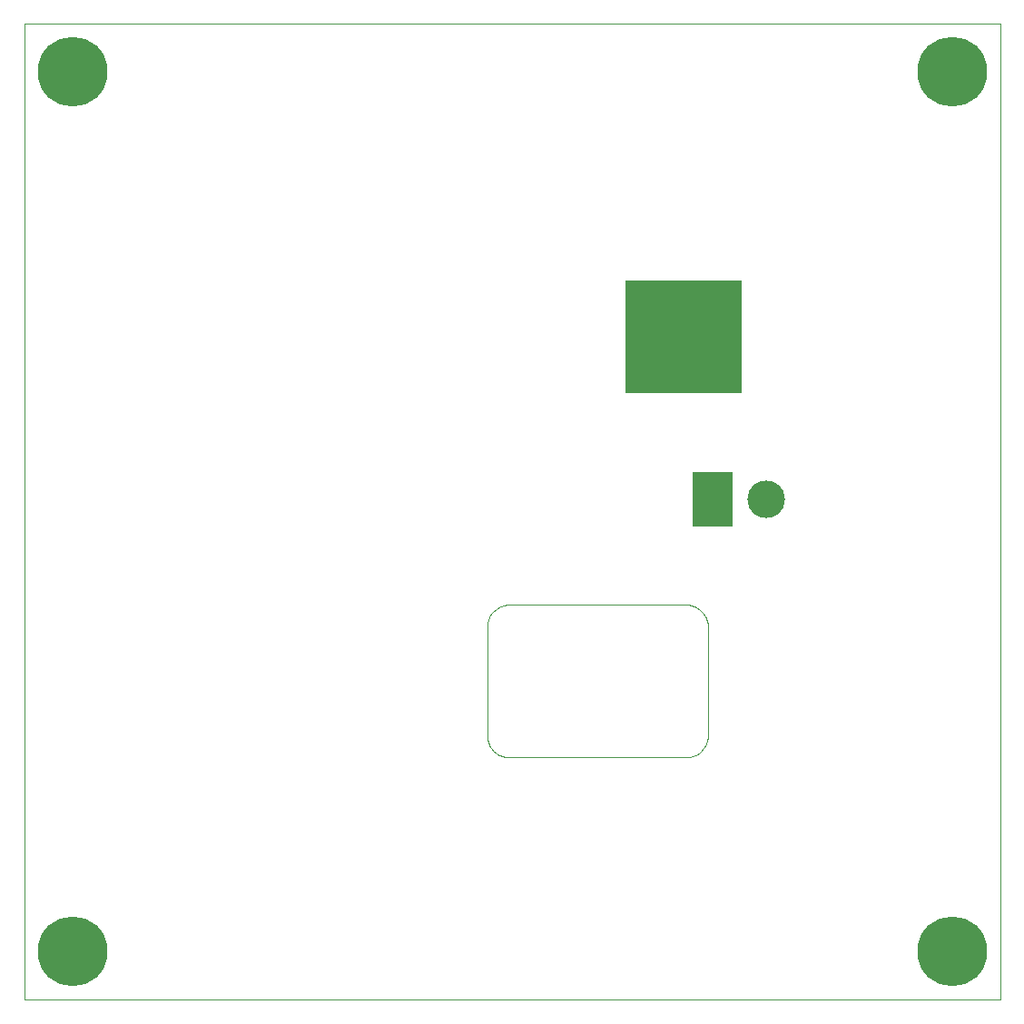
<source format=gbs>
G75*
G70*
%OFA0B0*%
%FSLAX24Y24*%
%IPPOS*%
%LPD*%
%AMOC8*
5,1,8,0,0,1.08239X$1,22.5*
%
%ADD10C,0.0000*%
%ADD11C,0.1378*%
%ADD12R,0.1500X0.2000*%
%ADD13R,0.4250X0.4125*%
%ADD14C,0.2559*%
D10*
X001930Y001930D02*
X001930Y037757D01*
X037757Y037757D01*
X037757Y001930D01*
X001930Y001930D01*
X018927Y011627D02*
X018927Y015627D01*
X018929Y015682D01*
X018934Y015736D01*
X018944Y015790D01*
X018957Y015843D01*
X018973Y015895D01*
X018993Y015946D01*
X019017Y015995D01*
X019043Y016043D01*
X019073Y016088D01*
X019106Y016132D01*
X019142Y016173D01*
X019181Y016212D01*
X019222Y016248D01*
X019266Y016281D01*
X019311Y016311D01*
X019359Y016337D01*
X019408Y016361D01*
X019459Y016381D01*
X019511Y016397D01*
X019564Y016410D01*
X019618Y016420D01*
X019672Y016425D01*
X019727Y016427D01*
X026227Y016427D01*
X026282Y016425D01*
X026336Y016420D01*
X026390Y016410D01*
X026443Y016397D01*
X026495Y016381D01*
X026546Y016361D01*
X026595Y016337D01*
X026643Y016311D01*
X026688Y016281D01*
X026732Y016248D01*
X026773Y016212D01*
X026812Y016173D01*
X026848Y016132D01*
X026881Y016088D01*
X026911Y016043D01*
X026937Y015995D01*
X026961Y015946D01*
X026981Y015895D01*
X026997Y015843D01*
X027010Y015790D01*
X027020Y015736D01*
X027025Y015682D01*
X027027Y015627D01*
X027027Y011627D01*
X027025Y011572D01*
X027020Y011518D01*
X027010Y011464D01*
X026997Y011411D01*
X026981Y011359D01*
X026961Y011308D01*
X026937Y011259D01*
X026911Y011211D01*
X026881Y011166D01*
X026848Y011122D01*
X026812Y011081D01*
X026773Y011042D01*
X026732Y011006D01*
X026688Y010973D01*
X026643Y010943D01*
X026595Y010917D01*
X026546Y010893D01*
X026495Y010873D01*
X026443Y010857D01*
X026390Y010844D01*
X026336Y010834D01*
X026282Y010829D01*
X026227Y010827D01*
X019727Y010827D01*
X019672Y010829D01*
X019618Y010834D01*
X019564Y010844D01*
X019511Y010857D01*
X019459Y010873D01*
X019408Y010893D01*
X019359Y010917D01*
X019311Y010943D01*
X019266Y010973D01*
X019222Y011006D01*
X019181Y011042D01*
X019142Y011081D01*
X019106Y011122D01*
X019073Y011166D01*
X019043Y011211D01*
X019017Y011259D01*
X018993Y011308D01*
X018973Y011359D01*
X018957Y011411D01*
X018944Y011464D01*
X018934Y011518D01*
X018929Y011572D01*
X018927Y011627D01*
X028528Y020314D02*
X028531Y020371D01*
X028538Y020428D01*
X028551Y020484D01*
X028569Y020538D01*
X028592Y020591D01*
X028620Y020641D01*
X028652Y020689D01*
X028688Y020733D01*
X028728Y020774D01*
X028772Y020812D01*
X028818Y020845D01*
X028868Y020873D01*
X028920Y020897D01*
X028974Y020917D01*
X029030Y020931D01*
X029086Y020940D01*
X029144Y020944D01*
X029201Y020943D01*
X029258Y020936D01*
X029314Y020924D01*
X029369Y020908D01*
X029422Y020886D01*
X029473Y020860D01*
X029521Y020829D01*
X029567Y020794D01*
X029609Y020754D01*
X029647Y020712D01*
X029681Y020665D01*
X029711Y020616D01*
X029736Y020565D01*
X029756Y020511D01*
X029772Y020456D01*
X029782Y020400D01*
X029787Y020343D01*
X029787Y020285D01*
X029782Y020228D01*
X029772Y020172D01*
X029756Y020117D01*
X029736Y020063D01*
X029711Y020012D01*
X029681Y019963D01*
X029647Y019916D01*
X029609Y019874D01*
X029567Y019834D01*
X029521Y019799D01*
X029473Y019768D01*
X029422Y019742D01*
X029369Y019720D01*
X029314Y019704D01*
X029258Y019692D01*
X029201Y019685D01*
X029144Y019684D01*
X029086Y019688D01*
X029030Y019697D01*
X028974Y019711D01*
X028920Y019731D01*
X028868Y019755D01*
X028818Y019783D01*
X028772Y019816D01*
X028728Y019854D01*
X028688Y019895D01*
X028652Y019939D01*
X028620Y019987D01*
X028592Y020037D01*
X028569Y020090D01*
X028551Y020144D01*
X028538Y020200D01*
X028531Y020257D01*
X028528Y020314D01*
D11*
X029158Y020314D03*
D12*
X027189Y020314D03*
D13*
X026127Y026252D03*
D14*
X035985Y035985D03*
X035985Y003701D03*
X003701Y003701D03*
X003701Y035985D03*
M02*

</source>
